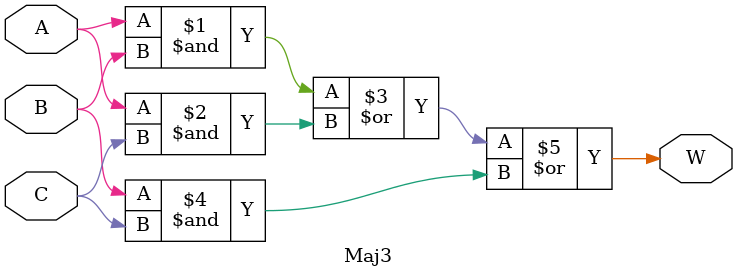
<source format=v>
module Maj3 (output W, input A, input B, input C);
    // Using the assign statement for the Majority logic
    assign #(47, 41) W = (A & B) | (A & C) | (B & C);
endmodule

</source>
